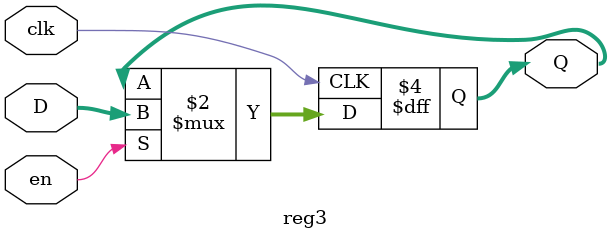
<source format=v>

module reg3(D,Q,clk,en);
    input [2:0]D;
    input clk;
    input en;
    output reg [2:0]Q;
    always @(posedge clk) 
        if(en)
            Q <= D; 
endmodule
</source>
